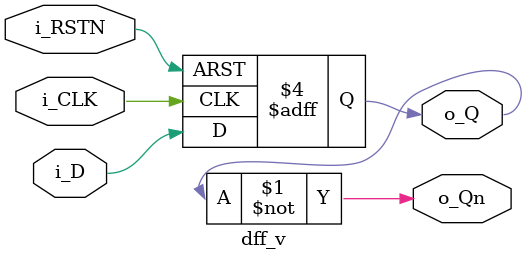
<source format=v>
module dff_v (
  input i_D,
  output reg o_Q,
  output o_Qn,
  input i_CLK,
  input i_RSTN
  );

  assign o_Qn = ~o_Q;
  always @ ( posedge i_CLK, negedge i_RSTN) begin
    if(!i_RSTN) o_Q <= 1'b0;
    else o_Q <= i_D;
  end

endmodule //ttl7474

</source>
